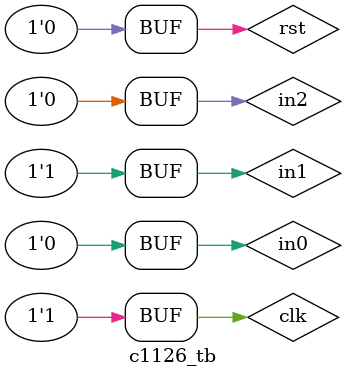
<source format=v>
`timescale 1ns/1ns
module c1126_tb();
	reg in0 ,in1,in2;

	wire O0,O1,O2;

	reg clk,rst;

    initial begin
        clk <= 1'b0;
        rst <= 1'b1;
        in0 <= 1'b0;
        in1 <= 1'b0;
        in2 <= 1'b0;
    end

	always begin
		#10 clk = 1'b0;
		#10 clk = 1'b1;
	end

	c1126 DUT (
		.in0(in0),
		.in1(in1),
        .in2(in2),
        .O0(O0),
        .O1(O1),
        .O2(O2),
        .clk(clk),
        .rst(rst)
	);

	initial begin
        #20  ;rst=1;
        #20  ;rst = 0;in0=1;in1=1; in2 =0;
        #20 in0 = 1;in1 = 1;in2 =0;
        #20 in0 = 0;in1 = 0;in2 =0;
        #20 in0 = 0;in1 = 1;in2 =1;
        #20 in0 = 1;in1 = 1;in2 =0;
        #20 in0 = 1;in1 = 1;in2 =1;
        #20 in0 = 0;in1 = 1;in2 =1;
        #20 in0 = 1;in1 = 1;in2 =0;
        #20 in0 = 1;in1 = 0;in2 =1;
        #20 in0 = 1;in1 = 0;in2 =0;
        #20 in0 = 1;in1 = 1;in2 =0;
        #20 in0 = 1;in1 = 0;in2 =0;
        #20 in0 = 1;in1 = 1;in2 =1;
        #20 in0 = 0;in1 = 0;in2 =0;
        #20 in0 = 0;in1 = 1;in2 =0;
        #20 in0 = 0;in1 = 0;in2 =1;
        #20 in0 = 1;in1 = 1;in2 =1;
        #20 in0 = 1;in1 = 0;in2 =0;
        #20 in0 = 0;in1 = 0;in2 =0;
        #20 in0 = 1;in1 = 0;in2 =0;
        #20 in0 = 1;in1 = 1;in2 =1;
        #20 in0 = 1;in1 = 0;in2 =0;
        #20 in0 = 1;in1 = 0;in2 =0;
        #20 in0 = 0;in1 = 0;in2 =0;
        #20 in0 = 0;in1 = 1;in2 =1;
        #20 in0 = 1;in1 = 1;in2 =0;
        #20 in0 = 1;in1 = 0;in2 =0;
        #20 in0 = 0;in1 = 1;in2 =0;
        #20 in0 = 1;in1 = 0;in2 =1;
        #20 in0 = 1;in1 = 1;in2 =0;
        #20 in0 = 0;in1 = 1;in2 =0;
        #20 in0 = 0;in1 = 1;in2 =1;
        #20 in0 = 0;in1 = 1;in2 =0;
        #20 in0 = 0;in1 = 0;in2 =1;
        #20 in0 = 1;in1 = 0;in2 =0;
        #20 in0 = 1;in1 = 1;in2 =0;
        #20 in0 = 0;in1 = 0;in2 =0;
        #20 in0 = 0;in1 = 1;in2 =0;
        #20 in0 = 0;in1 = 0;in2 =1;
        #20 in0 = 1;in1 = 0;in2 =0;
        #20 in0 = 1;in1 = 1;in2 =0;
        #20 in0 = 0;in1 = 0;in2 =0;
        #20 in0 = 1;in1 = 0;in2 =0;
        #20 in0 = 0;in1 = 0;in2 =0;
        #20 in0 = 1;in1 = 0;in2 =1;
        #20 in0 = 0;in1 = 1;in2 =1;
        #20 in0 = 0;in1 = 1;in2 =0;
        #20 in0 = 1;in1 = 1;in2 =0;
        #20 in0 = 1;in1 = 0;in2 =0;
        #20 in0 = 1;in1 = 0;in2 =1;
        #20 in0 = 0;in1 = 0;in2 =0;
        #20 in0 = 1;in1 = 1;in2 =1;
        #20 in0 = 0;in1 = 1;in2 =1;
        #20 in0 = 0;in1 = 1;in2 =0;
        #20 in0 = 0;in1 = 0;in2 =1;
        #20 in0 = 1;in1 = 0;in2 =1;
        #20 in0 = 0;in1 = 0;in2 =1;
        #20 in0 = 1;in1 = 0;in2 =0;
        #20 in0 = 0;in1 = 1;in2 =1;
        #20 in0 = 0;in1 = 0;in2 =1;
        #20 in0 = 1;in1 = 0;in2 =0;
        #20 in0 = 1;in1 = 0;in2 =1;
        #20 in0 = 1;in1 = 1;in2 =0;
        #20 in0 = 0;in1 = 1;in2 =0;
        #20 in0 = 0;in1 = 1;in2 =1;
        #20 in0 = 1;in1 = 1;in2 =0;
        #20 in0 = 0;in1 = 0;in2 =0;
        #20 in0 = 0;in1 = 0;in2 =0;
        #20 in0 = 1;in1 = 0;in2 =0;
        #20 in0 = 0;in1 = 0;in2 =1;
        #20 in0 = 1;in1 = 0;in2 =1;
        #20 in0 = 1;in1 = 0;in2 =1;
        #20 in0 = 0;in1 = 1;in2 =1;
        #20 in0 = 1;in1 = 1;in2 =1;
        #20 in0 = 1;in1 = 1;in2 =0;
        #20 in0 = 1;in1 = 0;in2 =0;
        #20 in0 = 0;in1 = 1;in2 =0;
        #20 in0 = 0;in1 = 0;in2 =1;
        #20 in0 = 0;in1 = 0;in2 =0;
        #20 in0 = 0;in1 = 1;in2 =1;
        #20 in0 = 1;in1 = 1;in2 =0;
        #20 in0 = 0;in1 = 0;in2 =0;
        #20 in0 = 1;in1 = 0;in2 =0;
        #20 in0 = 0;in1 = 1;in2 =0;
        #20 in0 = 0;in1 = 1;in2 =1;
        #20 in0 = 1;in1 = 1;in2 =1;
        #20 in0 = 0;in1 = 0;in2 =0;
        #20 in0 = 1;in1 = 0;in2 =0;
        #20 in0 = 0;in1 = 0;in2 =0;
        #20 in0 = 0;in1 = 0;in2 =1;
        #20 in0 = 1;in1 = 0;in2 =1;
        #20 in0 = 0;in1 = 0;in2 =0;
        #20 in0 = 0;in1 = 1;in2 =0;
        #20 in0 = 0;in1 = 1;in2 =1;
        #20 in0 = 1;in1 = 1;in2 =0;
        #20 in0 = 1;in1 = 0;in2 =0;
        #20 in0 = 0;in1 = 0;in2 =1;
        #20 in0 = 0;in1 = 1;in2 =0;
        #20 in0 = 1;in1 = 0;in2 =0;
        #20 in0 = 1;in1 = 1;in2 =0;
        #20 in0 = 0;in1 = 1;in2 =1;
        #20 in0 = 0;in1 = 1;in2 =0;
        #20 in0 = 1;in1 = 0;in2 =0;
        #20 in0 = 1;in1 = 1;in2 =1;
        #20 in0 = 0;in1 = 0;in2 =0;
        #20 in0 = 0;in1 = 1;in2 =1;
        #20 in0 = 0;in1 = 1;in2 =0;
        #20 in0 = 1;in1 = 0;in2 =0;
        #20 in0 = 0;in1 = 1;in2 =1;
        #20 in0 = 0;in1 = 1;in2 =0;
        #20 in0 = 0;in1 = 0;in2 =1;
        #20 in0 = 1;in1 = 0;in2 =1;
        #20 in0 = 0;in1 = 0;in2 =1;
        #20 in0 = 1;in1 = 1;in2 =0;
        #20 in0 = 0;in1 = 0;in2 =0;
        #20 in0 = 0;in1 = 0;in2 =1;
        #20 in0 = 1;in1 = 1;in2 =1;
        #20 in0 = 0;in1 = 1;in2 =1;
        #20 in0 = 0;in1 = 1;in2 =0;
        #20 in0 = 1;in1 = 0;in2 =0;
        #20 in0 = 0;in1 = 0;in2 =0;
        #20 in0 = 0;in1 = 0;in2 =1;
        #20 in0 = 1;in1 = 0;in2 =0;
        #20 in0 = 0;in1 = 0;in2 =0;
        #20 in0 = 0;in1 = 1;in2 =0;
        #20 in0 = 0;in1 = 0;in2 =0;
        #20 in0 = 1;in1 = 1;in2 =0;
        #20 in0 = 0;in1 = 1;in2 =1;
        #20 in0 = 0;in1 = 0;in2 =1;
        #20 in0 = 0;in1 = 0;in2 =0;
        #20 in0 = 1;in1 = 0;in2 =1;
        #20 in0 = 1;in1 = 1;in2 =0;
        #20 in0 = 0;in1 = 1;in2 =0;
        #20 in0 = 1;in1 = 0;in2 =0;
        #20 in0 = 1;in1 = 1;in2 =0;
        #20 in0 = 0;in1 = 0;in2 =0;
        #20 in0 = 0;in1 = 1;in2 =0;
        #20 in0 = 1;in1 = 1;in2 =0;
        #20 in0 = 1;in1 = 0;in2 =0;
        #20 in0 = 0;in1 = 0;in2 =0;
        #20 in0 = 1;in1 = 1;in2 =0;
        #20 in0 = 0;in1 = 0;in2 =1;
        #20 in0 = 1;in1 = 1;in2 =1;
        #20 in0 = 0;in1 = 1;in2 =0;
        #20 in0 = 0;in1 = 1;in2 =1;
        #20 in0 = 0;in1 = 0;in2 =0;
        #20 in0 = 1;in1 = 1;in2 =0;
        #20 in0 = 0;in1 = 1;in2 =0;
        #20 in0 = 0;in1 = 0;in2 =0;
        #20 in0 = 0;in1 = 0;in2 =1;
        #20 in0 = 1;in1 = 0;in2 =1;
        #20 in0 = 1;in1 = 0;in2 =0;
        #20 in0 = 0;in1 = 1;in2 =1;
        #20 in0 = 1;in1 = 1;in2 =0;
        #20 in0 = 1;in1 = 0;in2 =1;
        #20 in0 = 1;in1 = 0;in2 =1;
        #20 in0 = 0;in1 = 1;in2 =0;

    
    end

    initial begin
        $display ("it works");
        $dumpfile("wave.vcd"); // 指定用作dumpfile的文件
		$dumpvars; // dump all vars
	end

endmodule


</source>
